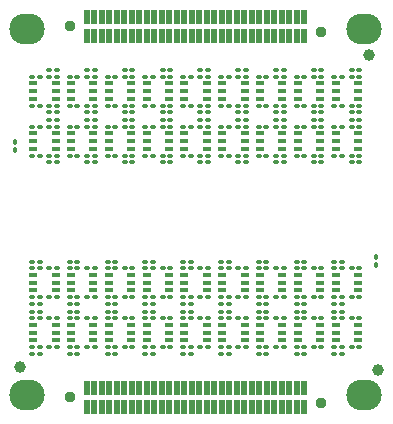
<source format=gbr>
%TF.GenerationSoftware,KiCad,Pcbnew,9.0.6*%
%TF.CreationDate,2025-11-12T11:45:24+01:00*%
%TF.ProjectId,S13552_64Ch_Adapter_BGA2803_V2,53313335-3532-45f3-9634-43685f416461,1*%
%TF.SameCoordinates,Original*%
%TF.FileFunction,Soldermask,Bot*%
%TF.FilePolarity,Negative*%
%FSLAX46Y46*%
G04 Gerber Fmt 4.6, Leading zero omitted, Abs format (unit mm)*
G04 Created by KiCad (PCBNEW 9.0.6) date 2025-11-12 11:45:24*
%MOMM*%
%LPD*%
G01*
G04 APERTURE LIST*
G04 Aperture macros list*
%AMRoundRect*
0 Rectangle with rounded corners*
0 $1 Rounding radius*
0 $2 $3 $4 $5 $6 $7 $8 $9 X,Y pos of 4 corners*
0 Add a 4 corners polygon primitive as box body*
4,1,4,$2,$3,$4,$5,$6,$7,$8,$9,$2,$3,0*
0 Add four circle primitives for the rounded corners*
1,1,$1+$1,$2,$3*
1,1,$1+$1,$4,$5*
1,1,$1+$1,$6,$7*
1,1,$1+$1,$8,$9*
0 Add four rect primitives between the rounded corners*
20,1,$1+$1,$2,$3,$4,$5,0*
20,1,$1+$1,$4,$5,$6,$7,0*
20,1,$1+$1,$6,$7,$8,$9,0*
20,1,$1+$1,$8,$9,$2,$3,0*%
G04 Aperture macros list end*
%ADD10O,3.000000X2.600000*%
%ADD11RoundRect,0.100000X0.130000X0.100000X-0.130000X0.100000X-0.130000X-0.100000X0.130000X-0.100000X0*%
%ADD12RoundRect,0.100000X-0.225000X-0.100000X0.225000X-0.100000X0.225000X0.100000X-0.225000X0.100000X0*%
%ADD13RoundRect,0.100000X-0.130000X-0.100000X0.130000X-0.100000X0.130000X0.100000X-0.130000X0.100000X0*%
%ADD14C,1.000000*%
%ADD15RoundRect,0.100000X0.225000X0.100000X-0.225000X0.100000X-0.225000X-0.100000X0.225000X-0.100000X0*%
%ADD16C,0.950000*%
%ADD17RoundRect,0.102000X-0.175000X-0.500000X0.175000X-0.500000X0.175000X0.500000X-0.175000X0.500000X0*%
%ADD18RoundRect,0.100000X0.100000X-0.130000X0.100000X0.130000X-0.100000X0.130000X-0.100000X-0.130000X0*%
%ADD19RoundRect,0.100000X-0.100000X0.130000X-0.100000X-0.130000X0.100000X-0.130000X0.100000X0.130000X0*%
G04 APERTURE END LIST*
D10*
%TO.C,H102*%
X86340000Y-45167114D03*
%TD*%
%TO.C,H104*%
X114879999Y-76167098D03*
%TD*%
%TO.C,H103*%
X86340000Y-76167098D03*
%TD*%
%TO.C,H101*%
X114880000Y-45167114D03*
%TD*%
D11*
%TO.C,C308*%
X113005000Y-69132107D03*
X112365000Y-69132107D03*
%TD*%
%TO.C,C258*%
X109805000Y-64902107D03*
X109165000Y-64902107D03*
%TD*%
D12*
%TO.C,U63*%
X109260000Y-51087107D03*
X109260000Y-50437107D03*
X109260000Y-49787107D03*
X111160000Y-49787107D03*
X111160000Y-50437107D03*
X111160000Y-51087107D03*
%TD*%
D11*
%TO.C,C171*%
X92055000Y-72122107D03*
X91415000Y-72122107D03*
%TD*%
%TO.C,C261*%
X111255000Y-67892107D03*
X110615000Y-67892107D03*
%TD*%
D13*
%TO.C,C240*%
X94615000Y-55892107D03*
X95255000Y-55892107D03*
%TD*%
D11*
%TO.C,C170*%
X90605000Y-69672107D03*
X89965000Y-69672107D03*
%TD*%
%TO.C,C314*%
X101655000Y-65442107D03*
X101015000Y-65442107D03*
%TD*%
D14*
%TO.C,FID6*%
X115300000Y-47380000D03*
%TD*%
D11*
%TO.C,C150*%
X87405000Y-65442107D03*
X86765000Y-65442107D03*
%TD*%
%TO.C,C167*%
X103405000Y-67892107D03*
X102765000Y-67892107D03*
%TD*%
%TO.C,R54*%
X97005000Y-72662107D03*
X96365000Y-72662107D03*
%TD*%
%TO.C,C316*%
X101655000Y-67892107D03*
X101015000Y-67892107D03*
%TD*%
%TO.C,C153*%
X103405000Y-69132107D03*
X102765000Y-69132107D03*
%TD*%
D13*
%TO.C,R52*%
X94615000Y-52902107D03*
X95255000Y-52902107D03*
%TD*%
D11*
%TO.C,C234*%
X95255000Y-69672107D03*
X94615000Y-69672107D03*
%TD*%
D13*
%TO.C,C215*%
X107415000Y-55892107D03*
X108055000Y-55892107D03*
%TD*%
%TO.C,C255*%
X94615000Y-51662107D03*
X95255000Y-51662107D03*
%TD*%
D12*
%TO.C,U59*%
X109260000Y-55317107D03*
X109260000Y-54667107D03*
X109260000Y-54017107D03*
X111160000Y-54017107D03*
X111160000Y-54667107D03*
X111160000Y-55317107D03*
%TD*%
D13*
%TO.C,C182*%
X104215000Y-49212107D03*
X104855000Y-49212107D03*
%TD*%
D11*
%TO.C,R38*%
X90605000Y-72662107D03*
X89965000Y-72662107D03*
%TD*%
%TO.C,C259*%
X111255000Y-65442107D03*
X110615000Y-65442107D03*
%TD*%
D13*
%TO.C,C212*%
X97815000Y-49212107D03*
X98455000Y-49212107D03*
%TD*%
%TO.C,C195*%
X101015000Y-55892107D03*
X101655000Y-55892107D03*
%TD*%
D11*
%TO.C,C166*%
X104855000Y-67892107D03*
X104215000Y-67892107D03*
%TD*%
%TO.C,C312*%
X113005000Y-72122107D03*
X112365000Y-72122107D03*
%TD*%
D13*
%TO.C,C214*%
X105965000Y-55892107D03*
X106605000Y-55892107D03*
%TD*%
%TO.C,C225*%
X113815000Y-51662107D03*
X114455000Y-51662107D03*
%TD*%
%TO.C,C181*%
X102765000Y-49212107D03*
X103405000Y-49212107D03*
%TD*%
%TO.C,C187*%
X88215000Y-49212107D03*
X88855000Y-49212107D03*
%TD*%
D11*
%TO.C,C309*%
X114455000Y-69672107D03*
X113815000Y-69672107D03*
%TD*%
D15*
%TO.C,U31*%
X101560000Y-70247107D03*
X101560000Y-70897107D03*
X101560000Y-71547107D03*
X99660000Y-71547107D03*
X99660000Y-70897107D03*
X99660000Y-70247107D03*
%TD*%
%TO.C,U49*%
X95160000Y-70247107D03*
X95160000Y-70897107D03*
X95160000Y-71547107D03*
X93260000Y-71547107D03*
X93260000Y-70897107D03*
X93260000Y-70247107D03*
%TD*%
%TO.C,U54*%
X111160000Y-66017107D03*
X111160000Y-66667107D03*
X111160000Y-67317107D03*
X109260000Y-67317107D03*
X109260000Y-66667107D03*
X109260000Y-66017107D03*
%TD*%
D11*
%TO.C,C311*%
X114455000Y-72122107D03*
X113815000Y-72122107D03*
%TD*%
%TO.C,C269*%
X92055000Y-65442107D03*
X91415000Y-65442107D03*
%TD*%
D13*
%TO.C,C162*%
X104215000Y-53442107D03*
X104855000Y-53442107D03*
%TD*%
%TO.C,C218*%
X97815000Y-56432107D03*
X98455000Y-56432107D03*
%TD*%
D15*
%TO.C,U36*%
X91960000Y-70247107D03*
X91960000Y-70897107D03*
X91960000Y-71547107D03*
X90060000Y-71547107D03*
X90060000Y-70897107D03*
X90060000Y-70247107D03*
%TD*%
D13*
%TO.C,C257*%
X94615000Y-49212107D03*
X95255000Y-49212107D03*
%TD*%
%TO.C,C273*%
X107415000Y-52202107D03*
X108055000Y-52202107D03*
%TD*%
D11*
%TO.C,C236*%
X95255000Y-72122107D03*
X94615000Y-72122107D03*
%TD*%
D13*
%TO.C,C295*%
X91415000Y-51662107D03*
X92055000Y-51662107D03*
%TD*%
D11*
%TO.C,R56*%
X109805000Y-68432107D03*
X109165000Y-68432107D03*
%TD*%
D13*
%TO.C,C280*%
X101015000Y-51662107D03*
X101655000Y-51662107D03*
%TD*%
D12*
%TO.C,U61*%
X90060000Y-51087107D03*
X90060000Y-50437107D03*
X90060000Y-49787107D03*
X91960000Y-49787107D03*
X91960000Y-50437107D03*
X91960000Y-51087107D03*
%TD*%
D11*
%TO.C,C164*%
X104855000Y-65442107D03*
X104215000Y-65442107D03*
%TD*%
%TO.C,C248*%
X97005000Y-69132107D03*
X96365000Y-69132107D03*
%TD*%
%TO.C,C151*%
X88855000Y-67892107D03*
X88215000Y-67892107D03*
%TD*%
%TO.C,R67*%
X100205000Y-68432107D03*
X99565000Y-68432107D03*
%TD*%
D13*
%TO.C,C180*%
X104215000Y-51662107D03*
X104855000Y-51662107D03*
%TD*%
D11*
%TO.C,C310*%
X113005000Y-69672107D03*
X112365000Y-69672107D03*
%TD*%
D13*
%TO.C,C211*%
X96365000Y-49212107D03*
X97005000Y-49212107D03*
%TD*%
%TO.C,C222*%
X97815000Y-53442107D03*
X98455000Y-53442107D03*
%TD*%
D11*
%TO.C,C300*%
X87405000Y-69672107D03*
X86765000Y-69672107D03*
%TD*%
D13*
%TO.C,R61*%
X110615000Y-52902107D03*
X111255000Y-52902107D03*
%TD*%
D11*
%TO.C,R39*%
X97005000Y-68432107D03*
X96365000Y-68432107D03*
%TD*%
D13*
%TO.C,C253*%
X94615000Y-52202107D03*
X95255000Y-52202107D03*
%TD*%
D11*
%TO.C,C321*%
X108055000Y-72122107D03*
X107415000Y-72122107D03*
%TD*%
D15*
%TO.C,U56*%
X91960000Y-66017107D03*
X91960000Y-66667107D03*
X91960000Y-67317107D03*
X90060000Y-67317107D03*
X90060000Y-66667107D03*
X90060000Y-66017107D03*
%TD*%
D11*
%TO.C,C301*%
X88855000Y-72122107D03*
X88215000Y-72122107D03*
%TD*%
D13*
%TO.C,C208*%
X97815000Y-52202107D03*
X98455000Y-52202107D03*
%TD*%
%TO.C,C198*%
X113815000Y-56432107D03*
X114455000Y-56432107D03*
%TD*%
%TO.C,C161*%
X102765000Y-53442107D03*
X103405000Y-53442107D03*
%TD*%
%TO.C,C209*%
X96365000Y-51662107D03*
X97005000Y-51662107D03*
%TD*%
%TO.C,C229*%
X86765000Y-55892107D03*
X87405000Y-55892107D03*
%TD*%
D15*
%TO.C,U60*%
X111160000Y-70247107D03*
X111160000Y-70897107D03*
X111160000Y-71547107D03*
X109260000Y-71547107D03*
X109260000Y-70897107D03*
X109260000Y-70247107D03*
%TD*%
D12*
%TO.C,U48*%
X86860000Y-55317107D03*
X86860000Y-54667107D03*
X86860000Y-54017107D03*
X88760000Y-54017107D03*
X88760000Y-54667107D03*
X88760000Y-55317107D03*
%TD*%
D11*
%TO.C,C157*%
X103405000Y-72122107D03*
X102765000Y-72122107D03*
%TD*%
D12*
%TO.C,U38*%
X102860000Y-51087107D03*
X102860000Y-50437107D03*
X102860000Y-49787107D03*
X104760000Y-49787107D03*
X104760000Y-50437107D03*
X104760000Y-51087107D03*
%TD*%
D11*
%TO.C,C251*%
X98455000Y-72122107D03*
X97815000Y-72122107D03*
%TD*%
%TO.C,C235*%
X93805000Y-69672107D03*
X93165000Y-69672107D03*
%TD*%
D12*
%TO.C,U46*%
X96460000Y-55317107D03*
X96460000Y-54667107D03*
X96460000Y-54017107D03*
X98360000Y-54017107D03*
X98360000Y-54667107D03*
X98360000Y-55317107D03*
%TD*%
D11*
%TO.C,C189*%
X108055000Y-65442107D03*
X107415000Y-65442107D03*
%TD*%
D13*
%TO.C,R55*%
X94615000Y-48672107D03*
X95255000Y-48672107D03*
%TD*%
%TO.C,C231*%
X86765000Y-53442107D03*
X87405000Y-53442107D03*
%TD*%
D15*
%TO.C,U66*%
X107960000Y-70247107D03*
X107960000Y-70897107D03*
X107960000Y-71547107D03*
X106060000Y-71547107D03*
X106060000Y-70897107D03*
X106060000Y-70247107D03*
%TD*%
D13*
%TO.C,C306*%
X109165000Y-49212107D03*
X109805000Y-49212107D03*
%TD*%
%TO.C,C285*%
X110615000Y-55892107D03*
X111255000Y-55892107D03*
%TD*%
D11*
%TO.C,C267*%
X113005000Y-67892107D03*
X112365000Y-67892107D03*
%TD*%
D13*
%TO.C,C201*%
X112365000Y-53442107D03*
X113005000Y-53442107D03*
%TD*%
D11*
%TO.C,C263*%
X113005000Y-64902107D03*
X112365000Y-64902107D03*
%TD*%
%TO.C,C163*%
X103405000Y-64902107D03*
X102765000Y-64902107D03*
%TD*%
D12*
%TO.C,U47*%
X112460000Y-51087107D03*
X112460000Y-50437107D03*
X112460000Y-49787107D03*
X114360000Y-49787107D03*
X114360000Y-50437107D03*
X114360000Y-51087107D03*
%TD*%
D13*
%TO.C,C185*%
X88215000Y-51662107D03*
X88855000Y-51662107D03*
%TD*%
D11*
%TO.C,C206*%
X95255000Y-67892107D03*
X94615000Y-67892107D03*
%TD*%
D13*
%TO.C,C178*%
X104215000Y-52202107D03*
X104855000Y-52202107D03*
%TD*%
D11*
%TO.C,C252*%
X97005000Y-72122107D03*
X96365000Y-72122107D03*
%TD*%
%TO.C,C143*%
X100205000Y-69132107D03*
X99565000Y-69132107D03*
%TD*%
D13*
%TO.C,C277*%
X107415000Y-49212107D03*
X108055000Y-49212107D03*
%TD*%
%TO.C,C184*%
X86765000Y-51662107D03*
X87405000Y-51662107D03*
%TD*%
%TO.C,C196*%
X99565000Y-53442107D03*
X100205000Y-53442107D03*
%TD*%
D11*
%TO.C,C205*%
X93805000Y-65442107D03*
X93165000Y-65442107D03*
%TD*%
%TO.C,C260*%
X109805000Y-65442107D03*
X109165000Y-65442107D03*
%TD*%
D12*
%TO.C,U41*%
X99660000Y-55317107D03*
X99660000Y-54667107D03*
X99660000Y-54017107D03*
X101560000Y-54017107D03*
X101560000Y-54667107D03*
X101560000Y-55317107D03*
%TD*%
D13*
%TO.C,R47*%
X107415000Y-52902107D03*
X108055000Y-52902107D03*
%TD*%
D15*
%TO.C,U55*%
X114360000Y-66017107D03*
X114360000Y-66667107D03*
X114360000Y-67317107D03*
X112460000Y-67317107D03*
X112460000Y-66667107D03*
X112460000Y-66017107D03*
%TD*%
D13*
%TO.C,C239*%
X93165000Y-55892107D03*
X93805000Y-55892107D03*
%TD*%
%TO.C,C217*%
X107415000Y-53442107D03*
X108055000Y-53442107D03*
%TD*%
D12*
%TO.C,U51*%
X90060000Y-55317107D03*
X90060000Y-54667107D03*
X90060000Y-54017107D03*
X91960000Y-54017107D03*
X91960000Y-54667107D03*
X91960000Y-55317107D03*
%TD*%
D11*
%TO.C,C152*%
X87405000Y-67892107D03*
X86765000Y-67892107D03*
%TD*%
%TO.C,C265*%
X113005000Y-65442107D03*
X112365000Y-65442107D03*
%TD*%
%TO.C,C268*%
X90605000Y-64902107D03*
X89965000Y-64902107D03*
%TD*%
%TO.C,C174*%
X98455000Y-65442107D03*
X97815000Y-65442107D03*
%TD*%
%TO.C,C318*%
X106605000Y-69132107D03*
X105965000Y-69132107D03*
%TD*%
D13*
%TO.C,R50*%
X88215000Y-52902107D03*
X88855000Y-52902107D03*
%TD*%
%TO.C,C297*%
X91415000Y-49212107D03*
X92055000Y-49212107D03*
%TD*%
%TO.C,C307*%
X110615000Y-49212107D03*
X111255000Y-49212107D03*
%TD*%
%TO.C,R40*%
X104215000Y-48672107D03*
X104855000Y-48672107D03*
%TD*%
D11*
%TO.C,C175*%
X97005000Y-65442107D03*
X96365000Y-65442107D03*
%TD*%
%TO.C,R66*%
X113005000Y-72662107D03*
X112365000Y-72662107D03*
%TD*%
D13*
%TO.C,C216*%
X105965000Y-53442107D03*
X106605000Y-53442107D03*
%TD*%
D11*
%TO.C,C271*%
X92055000Y-67892107D03*
X91415000Y-67892107D03*
%TD*%
%TO.C,R68*%
X106605000Y-72662107D03*
X105965000Y-72662107D03*
%TD*%
%TO.C,C270*%
X90605000Y-65442107D03*
X89965000Y-65442107D03*
%TD*%
D12*
%TO.C,U57*%
X106060000Y-51087107D03*
X106060000Y-50437107D03*
X106060000Y-49787107D03*
X107960000Y-49787107D03*
X107960000Y-50437107D03*
X107960000Y-51087107D03*
%TD*%
D11*
%TO.C,C148*%
X87405000Y-64902107D03*
X86765000Y-64902107D03*
%TD*%
D13*
%TO.C,R46*%
X97815000Y-48672107D03*
X98455000Y-48672107D03*
%TD*%
%TO.C,C228*%
X88215000Y-56432107D03*
X88855000Y-56432107D03*
%TD*%
D11*
%TO.C,C156*%
X104855000Y-72122107D03*
X104215000Y-72122107D03*
%TD*%
D13*
%TO.C,R53*%
X91415000Y-52902107D03*
X92055000Y-52902107D03*
%TD*%
D11*
%TO.C,C313*%
X100205000Y-64902107D03*
X99565000Y-64902107D03*
%TD*%
%TO.C,C237*%
X93805000Y-72122107D03*
X93165000Y-72122107D03*
%TD*%
D12*
%TO.C,U34*%
X102860000Y-55317107D03*
X102860000Y-54667107D03*
X102860000Y-54017107D03*
X104760000Y-54017107D03*
X104760000Y-54667107D03*
X104760000Y-55317107D03*
%TD*%
D11*
%TO.C,C168*%
X90605000Y-69132107D03*
X89965000Y-69132107D03*
%TD*%
%TO.C,C292*%
X109805000Y-72122107D03*
X109165000Y-72122107D03*
%TD*%
D13*
%TO.C,C186*%
X86765000Y-49212107D03*
X87405000Y-49212107D03*
%TD*%
D11*
%TO.C,C190*%
X106605000Y-65442107D03*
X105965000Y-65442107D03*
%TD*%
%TO.C,C207*%
X93805000Y-67892107D03*
X93165000Y-67892107D03*
%TD*%
%TO.C,C203*%
X93805000Y-64902107D03*
X93165000Y-64902107D03*
%TD*%
%TO.C,R64*%
X87405000Y-72662107D03*
X86765000Y-72662107D03*
%TD*%
%TO.C,C144*%
X101655000Y-69672107D03*
X101015000Y-69672107D03*
%TD*%
D12*
%TO.C,U39*%
X86860000Y-51087107D03*
X86860000Y-50437107D03*
X86860000Y-49787107D03*
X88760000Y-49787107D03*
X88760000Y-50437107D03*
X88760000Y-51087107D03*
%TD*%
D16*
%TO.C,J2*%
X90000000Y-76367098D03*
X111220000Y-76837098D03*
D17*
X91402500Y-75567098D03*
X91402500Y-77167098D03*
X92037500Y-75567098D03*
X92037500Y-77167098D03*
X92672500Y-75567098D03*
X92672500Y-77167098D03*
X93307500Y-75567098D03*
X93307500Y-77167098D03*
X93942500Y-75567098D03*
X93942500Y-77167098D03*
X94577500Y-75567098D03*
X94577500Y-77167098D03*
X95212500Y-75567098D03*
X95212500Y-77167098D03*
X95847500Y-75567098D03*
X95847500Y-77167098D03*
X96482500Y-75567098D03*
X96482500Y-77167098D03*
X97117500Y-75567098D03*
X97117500Y-77167098D03*
X97752500Y-75567098D03*
X97752500Y-77167098D03*
X98387500Y-75567098D03*
X98387500Y-77167098D03*
X99022500Y-75567098D03*
X99022500Y-77167098D03*
X99657500Y-75567098D03*
X99657500Y-77167098D03*
X100292500Y-75567098D03*
X100292500Y-77167098D03*
X100927500Y-75567098D03*
X100927500Y-77167098D03*
X101562500Y-75567098D03*
X101562500Y-77167098D03*
X102197500Y-75567098D03*
X102197500Y-77167098D03*
X102832500Y-75567098D03*
X102832500Y-77167098D03*
X103467500Y-75567098D03*
X103467500Y-77167098D03*
X104102500Y-75567098D03*
X104102500Y-77167098D03*
X104737500Y-75567098D03*
X104737500Y-77167098D03*
X105372500Y-75567098D03*
X105372500Y-77167098D03*
X106007500Y-75567098D03*
X106007500Y-77167098D03*
X106642500Y-75567098D03*
X106642500Y-77167098D03*
X107277500Y-75567098D03*
X107277500Y-77167098D03*
X107912500Y-75567098D03*
X107912500Y-77167098D03*
X108547500Y-75567098D03*
X108547500Y-77167098D03*
X109182500Y-75567098D03*
X109182500Y-77167098D03*
X109817500Y-75567098D03*
X109817500Y-77167098D03*
%TD*%
D11*
%TO.C,R58*%
X90605000Y-68432107D03*
X89965000Y-68432107D03*
%TD*%
D13*
%TO.C,C226*%
X112365000Y-49212107D03*
X113005000Y-49212107D03*
%TD*%
%TO.C,C246*%
X89965000Y-53442107D03*
X90605000Y-53442107D03*
%TD*%
%TO.C,C294*%
X89965000Y-51662107D03*
X90605000Y-51662107D03*
%TD*%
D11*
%TO.C,R45*%
X93805000Y-68432107D03*
X93165000Y-68432107D03*
%TD*%
D13*
%TO.C,C200*%
X113815000Y-55892107D03*
X114455000Y-55892107D03*
%TD*%
D11*
%TO.C,C262*%
X109805000Y-67892107D03*
X109165000Y-67892107D03*
%TD*%
%TO.C,C155*%
X103405000Y-69672107D03*
X102765000Y-69672107D03*
%TD*%
%TO.C,C290*%
X109805000Y-69672107D03*
X109165000Y-69672107D03*
%TD*%
D13*
%TO.C,C274*%
X105965000Y-51662107D03*
X106605000Y-51662107D03*
%TD*%
%TO.C,C202*%
X113815000Y-53442107D03*
X114455000Y-53442107D03*
%TD*%
D11*
%TO.C,C146*%
X101655000Y-72122107D03*
X101015000Y-72122107D03*
%TD*%
D13*
%TO.C,C159*%
X102765000Y-55892107D03*
X103405000Y-55892107D03*
%TD*%
D11*
%TO.C,C169*%
X92055000Y-69672107D03*
X91415000Y-69672107D03*
%TD*%
%TO.C,C250*%
X97005000Y-69672107D03*
X96365000Y-69672107D03*
%TD*%
D13*
%TO.C,C287*%
X110615000Y-53442107D03*
X111255000Y-53442107D03*
%TD*%
%TO.C,C283*%
X110615000Y-56432107D03*
X111255000Y-56432107D03*
%TD*%
D15*
%TO.C,U33*%
X104760000Y-70247107D03*
X104760000Y-70897107D03*
X104760000Y-71547107D03*
X102860000Y-71547107D03*
X102860000Y-70897107D03*
X102860000Y-70247107D03*
%TD*%
D13*
%TO.C,C221*%
X96365000Y-53442107D03*
X97005000Y-53442107D03*
%TD*%
%TO.C,R65*%
X110615000Y-48672107D03*
X111255000Y-48672107D03*
%TD*%
D11*
%TO.C,C322*%
X106605000Y-72122107D03*
X105965000Y-72122107D03*
%TD*%
%TO.C,C165*%
X103405000Y-65442107D03*
X102765000Y-65442107D03*
%TD*%
%TO.C,C191*%
X108055000Y-67892107D03*
X107415000Y-67892107D03*
%TD*%
D13*
%TO.C,C230*%
X88215000Y-55892107D03*
X88855000Y-55892107D03*
%TD*%
%TO.C,C254*%
X93165000Y-51662107D03*
X93805000Y-51662107D03*
%TD*%
D11*
%TO.C,C288*%
X109805000Y-69132107D03*
X109165000Y-69132107D03*
%TD*%
D15*
%TO.C,U52*%
X98360000Y-70247107D03*
X98360000Y-70897107D03*
X98360000Y-71547107D03*
X96460000Y-71547107D03*
X96460000Y-70897107D03*
X96460000Y-70247107D03*
%TD*%
D11*
%TO.C,C204*%
X95255000Y-65442107D03*
X94615000Y-65442107D03*
%TD*%
D13*
%TO.C,C282*%
X101015000Y-49212107D03*
X101655000Y-49212107D03*
%TD*%
%TO.C,C303*%
X110615000Y-52202107D03*
X111255000Y-52202107D03*
%TD*%
%TO.C,C199*%
X112365000Y-55892107D03*
X113005000Y-55892107D03*
%TD*%
D11*
%TO.C,C173*%
X97005000Y-64902107D03*
X96365000Y-64902107D03*
%TD*%
%TO.C,C289*%
X111255000Y-69672107D03*
X110615000Y-69672107D03*
%TD*%
D14*
%TO.C,FID5*%
X116040000Y-74040000D03*
%TD*%
D12*
%TO.C,U50*%
X93260000Y-55317107D03*
X93260000Y-54667107D03*
X93260000Y-54017107D03*
X95160000Y-54017107D03*
X95160000Y-54667107D03*
X95160000Y-55317107D03*
%TD*%
D11*
%TO.C,C302*%
X87405000Y-72122107D03*
X86765000Y-72122107D03*
%TD*%
D13*
%TO.C,R43*%
X101015000Y-52902107D03*
X101655000Y-52902107D03*
%TD*%
D12*
%TO.C,U45*%
X106060000Y-55317107D03*
X106060000Y-54667107D03*
X106060000Y-54017107D03*
X107960000Y-54017107D03*
X107960000Y-54667107D03*
X107960000Y-55317107D03*
%TD*%
D13*
%TO.C,C179*%
X102765000Y-51662107D03*
X103405000Y-51662107D03*
%TD*%
D11*
%TO.C,C299*%
X88855000Y-69672107D03*
X88215000Y-69672107D03*
%TD*%
D13*
%TO.C,C224*%
X112365000Y-51662107D03*
X113005000Y-51662107D03*
%TD*%
%TO.C,C281*%
X99565000Y-49212107D03*
X100205000Y-49212107D03*
%TD*%
%TO.C,R41*%
X88215000Y-48672107D03*
X88855000Y-48672107D03*
%TD*%
%TO.C,C305*%
X110615000Y-51662107D03*
X111255000Y-51662107D03*
%TD*%
D11*
%TO.C,C145*%
X100205000Y-69672107D03*
X99565000Y-69672107D03*
%TD*%
D13*
%TO.C,R36*%
X104215000Y-52902107D03*
X104855000Y-52902107D03*
%TD*%
%TO.C,C160*%
X104215000Y-55892107D03*
X104855000Y-55892107D03*
%TD*%
D18*
%TO.C,R2*%
X85327107Y-55417114D03*
X85327107Y-54777114D03*
%TD*%
D11*
%TO.C,R57*%
X113005000Y-68432107D03*
X112365000Y-68432107D03*
%TD*%
%TO.C,C177*%
X97005000Y-67892107D03*
X96365000Y-67892107D03*
%TD*%
D13*
%TO.C,R60*%
X101015000Y-48672107D03*
X101655000Y-48672107D03*
%TD*%
%TO.C,C293*%
X91415000Y-52202107D03*
X92055000Y-52202107D03*
%TD*%
%TO.C,C213*%
X107415000Y-56432107D03*
X108055000Y-56432107D03*
%TD*%
%TO.C,C286*%
X109165000Y-53442107D03*
X109805000Y-53442107D03*
%TD*%
D11*
%TO.C,C154*%
X104855000Y-69672107D03*
X104215000Y-69672107D03*
%TD*%
%TO.C,C188*%
X106605000Y-64902107D03*
X105965000Y-64902107D03*
%TD*%
D13*
%TO.C,C220*%
X97815000Y-55892107D03*
X98455000Y-55892107D03*
%TD*%
D11*
%TO.C,C233*%
X93805000Y-69132107D03*
X93165000Y-69132107D03*
%TD*%
%TO.C,R37*%
X103405000Y-68432107D03*
X102765000Y-68432107D03*
%TD*%
D13*
%TO.C,R59*%
X107415000Y-48672107D03*
X108055000Y-48672107D03*
%TD*%
%TO.C,C223*%
X113815000Y-52202107D03*
X114455000Y-52202107D03*
%TD*%
%TO.C,C227*%
X113815000Y-49212107D03*
X114455000Y-49212107D03*
%TD*%
%TO.C,R63*%
X91415000Y-48672107D03*
X92055000Y-48672107D03*
%TD*%
D11*
%TO.C,R51*%
X93805000Y-72662107D03*
X93165000Y-72662107D03*
%TD*%
D15*
%TO.C,U65*%
X101560000Y-66017107D03*
X101560000Y-66667107D03*
X101560000Y-67317107D03*
X99660000Y-67317107D03*
X99660000Y-66667107D03*
X99660000Y-66017107D03*
%TD*%
D13*
%TO.C,C278*%
X101015000Y-52202107D03*
X101655000Y-52202107D03*
%TD*%
D11*
%TO.C,C264*%
X114455000Y-65442107D03*
X113815000Y-65442107D03*
%TD*%
D13*
%TO.C,C242*%
X94615000Y-53442107D03*
X95255000Y-53442107D03*
%TD*%
%TO.C,C241*%
X93165000Y-53442107D03*
X93805000Y-53442107D03*
%TD*%
%TO.C,C219*%
X96365000Y-55892107D03*
X97005000Y-55892107D03*
%TD*%
D11*
%TO.C,R34*%
X87405000Y-68432107D03*
X86765000Y-68432107D03*
%TD*%
%TO.C,C317*%
X100205000Y-67892107D03*
X99565000Y-67892107D03*
%TD*%
D13*
%TO.C,C194*%
X99565000Y-55892107D03*
X100205000Y-55892107D03*
%TD*%
D15*
%TO.C,U40*%
X107960000Y-66017107D03*
X107960000Y-66667107D03*
X107960000Y-67317107D03*
X106060000Y-67317107D03*
X106060000Y-66667107D03*
X106060000Y-66017107D03*
%TD*%
D11*
%TO.C,C147*%
X100205000Y-72122107D03*
X99565000Y-72122107D03*
%TD*%
D13*
%TO.C,C276*%
X105965000Y-49212107D03*
X106605000Y-49212107D03*
%TD*%
D15*
%TO.C,U62*%
X88760000Y-70247107D03*
X88760000Y-70897107D03*
X88760000Y-71547107D03*
X86860000Y-71547107D03*
X86860000Y-70897107D03*
X86860000Y-70247107D03*
%TD*%
D11*
%TO.C,C172*%
X90605000Y-72122107D03*
X89965000Y-72122107D03*
%TD*%
D14*
%TO.C,FID4*%
X85780000Y-73830000D03*
%TD*%
D12*
%TO.C,U53*%
X93260000Y-51087107D03*
X93260000Y-50437107D03*
X93260000Y-49787107D03*
X95160000Y-49787107D03*
X95160000Y-50437107D03*
X95160000Y-51087107D03*
%TD*%
D16*
%TO.C,J1*%
X90000000Y-44967114D03*
X111220000Y-45437114D03*
D17*
X91402500Y-44167114D03*
X91402500Y-45767114D03*
X92037500Y-44167114D03*
X92037500Y-45767114D03*
X92672500Y-44167114D03*
X92672500Y-45767114D03*
X93307500Y-44167114D03*
X93307500Y-45767114D03*
X93942500Y-44167114D03*
X93942500Y-45767114D03*
X94577500Y-44167114D03*
X94577500Y-45767114D03*
X95212500Y-44167114D03*
X95212500Y-45767114D03*
X95847500Y-44167114D03*
X95847500Y-45767114D03*
X96482500Y-44167114D03*
X96482500Y-45767114D03*
X97117500Y-44167114D03*
X97117500Y-45767114D03*
X97752500Y-44167114D03*
X97752500Y-45767114D03*
X98387500Y-44167114D03*
X98387500Y-45767114D03*
X99022500Y-44167114D03*
X99022500Y-45767114D03*
X99657500Y-44167114D03*
X99657500Y-45767114D03*
X100292500Y-44167114D03*
X100292500Y-45767114D03*
X100927500Y-44167114D03*
X100927500Y-45767114D03*
X101562500Y-44167114D03*
X101562500Y-45767114D03*
X102197500Y-44167114D03*
X102197500Y-45767114D03*
X102832500Y-44167114D03*
X102832500Y-45767114D03*
X103467500Y-44167114D03*
X103467500Y-45767114D03*
X104102500Y-44167114D03*
X104102500Y-45767114D03*
X104737500Y-44167114D03*
X104737500Y-45767114D03*
X105372500Y-44167114D03*
X105372500Y-45767114D03*
X106007500Y-44167114D03*
X106007500Y-45767114D03*
X106642500Y-44167114D03*
X106642500Y-45767114D03*
X107277500Y-44167114D03*
X107277500Y-45767114D03*
X107912500Y-44167114D03*
X107912500Y-45767114D03*
X108547500Y-44167114D03*
X108547500Y-45767114D03*
X109182500Y-44167114D03*
X109182500Y-45767114D03*
X109817500Y-44167114D03*
X109817500Y-45767114D03*
%TD*%
D11*
%TO.C,C249*%
X98455000Y-69672107D03*
X97815000Y-69672107D03*
%TD*%
%TO.C,R62*%
X109805000Y-72662107D03*
X109165000Y-72662107D03*
%TD*%
%TO.C,C192*%
X106605000Y-67892107D03*
X105965000Y-67892107D03*
%TD*%
D13*
%TO.C,C279*%
X99565000Y-51662107D03*
X100205000Y-51662107D03*
%TD*%
D11*
%TO.C,C149*%
X88855000Y-65442107D03*
X88215000Y-65442107D03*
%TD*%
D13*
%TO.C,R44*%
X113815000Y-52902107D03*
X114455000Y-52902107D03*
%TD*%
%TO.C,C275*%
X107415000Y-51662107D03*
X108055000Y-51662107D03*
%TD*%
D15*
%TO.C,U64*%
X114360000Y-70247107D03*
X114360000Y-70897107D03*
X114360000Y-71547107D03*
X112460000Y-71547107D03*
X112460000Y-70897107D03*
X112460000Y-70247107D03*
%TD*%
D13*
%TO.C,C247*%
X91415000Y-53442107D03*
X92055000Y-53442107D03*
%TD*%
%TO.C,C245*%
X91415000Y-55892107D03*
X92055000Y-55892107D03*
%TD*%
%TO.C,C197*%
X101015000Y-53442107D03*
X101655000Y-53442107D03*
%TD*%
D11*
%TO.C,R33*%
X100205000Y-72662107D03*
X99565000Y-72662107D03*
%TD*%
D13*
%TO.C,R48*%
X97815000Y-52902107D03*
X98455000Y-52902107D03*
%TD*%
%TO.C,C238*%
X94615000Y-56432107D03*
X95255000Y-56432107D03*
%TD*%
D19*
%TO.C,R1*%
X115897107Y-64509214D03*
X115897107Y-65149214D03*
%TD*%
D11*
%TO.C,C266*%
X114455000Y-67892107D03*
X113815000Y-67892107D03*
%TD*%
%TO.C,C291*%
X111255000Y-72122107D03*
X110615000Y-72122107D03*
%TD*%
%TO.C,C319*%
X108055000Y-69672107D03*
X107415000Y-69672107D03*
%TD*%
D13*
%TO.C,C256*%
X93165000Y-49212107D03*
X93805000Y-49212107D03*
%TD*%
%TO.C,C232*%
X88215000Y-53442107D03*
X88855000Y-53442107D03*
%TD*%
D11*
%TO.C,C272*%
X90605000Y-67892107D03*
X89965000Y-67892107D03*
%TD*%
D12*
%TO.C,U58*%
X99660000Y-51087107D03*
X99660000Y-50437107D03*
X99660000Y-49787107D03*
X101560000Y-49787107D03*
X101560000Y-50437107D03*
X101560000Y-51087107D03*
%TD*%
D13*
%TO.C,C304*%
X109165000Y-51662107D03*
X109805000Y-51662107D03*
%TD*%
D11*
%TO.C,R35*%
X103405000Y-72662107D03*
X102765000Y-72662107D03*
%TD*%
D13*
%TO.C,C193*%
X101015000Y-56432107D03*
X101655000Y-56432107D03*
%TD*%
D12*
%TO.C,U42*%
X112460000Y-55317107D03*
X112460000Y-54667107D03*
X112460000Y-54017107D03*
X114360000Y-54017107D03*
X114360000Y-54667107D03*
X114360000Y-55317107D03*
%TD*%
D11*
%TO.C,C176*%
X98455000Y-67892107D03*
X97815000Y-67892107D03*
%TD*%
D15*
%TO.C,U37*%
X98360000Y-66017107D03*
X98360000Y-66667107D03*
X98360000Y-67317107D03*
X96460000Y-67317107D03*
X96460000Y-66667107D03*
X96460000Y-66017107D03*
%TD*%
D13*
%TO.C,C284*%
X109165000Y-55892107D03*
X109805000Y-55892107D03*
%TD*%
D11*
%TO.C,R42*%
X106605000Y-68432107D03*
X105965000Y-68432107D03*
%TD*%
D13*
%TO.C,C158*%
X104215000Y-56432107D03*
X104855000Y-56432107D03*
%TD*%
D12*
%TO.C,U44*%
X96460000Y-51087107D03*
X96460000Y-50437107D03*
X96460000Y-49787107D03*
X98360000Y-49787107D03*
X98360000Y-50437107D03*
X98360000Y-51087107D03*
%TD*%
D13*
%TO.C,C243*%
X91415000Y-56432107D03*
X92055000Y-56432107D03*
%TD*%
D11*
%TO.C,C320*%
X106605000Y-69672107D03*
X105965000Y-69672107D03*
%TD*%
D13*
%TO.C,R49*%
X113815000Y-48672107D03*
X114455000Y-48672107D03*
%TD*%
D11*
%TO.C,C298*%
X87405000Y-69132107D03*
X86765000Y-69132107D03*
%TD*%
D13*
%TO.C,C244*%
X89965000Y-55892107D03*
X90605000Y-55892107D03*
%TD*%
%TO.C,C296*%
X89965000Y-49212107D03*
X90605000Y-49212107D03*
%TD*%
D11*
%TO.C,C315*%
X100205000Y-65442107D03*
X99565000Y-65442107D03*
%TD*%
D15*
%TO.C,U32*%
X88760000Y-66017107D03*
X88760000Y-66667107D03*
X88760000Y-67317107D03*
X86860000Y-67317107D03*
X86860000Y-66667107D03*
X86860000Y-66017107D03*
%TD*%
%TO.C,U43*%
X95160000Y-66017107D03*
X95160000Y-66667107D03*
X95160000Y-67317107D03*
X93260000Y-67317107D03*
X93260000Y-66667107D03*
X93260000Y-66017107D03*
%TD*%
D13*
%TO.C,C210*%
X97815000Y-51662107D03*
X98455000Y-51662107D03*
%TD*%
D15*
%TO.C,U35*%
X104760000Y-66017107D03*
X104760000Y-66667107D03*
X104760000Y-67317107D03*
X102860000Y-67317107D03*
X102860000Y-66667107D03*
X102860000Y-66017107D03*
%TD*%
D13*
%TO.C,C183*%
X88215000Y-52202107D03*
X88855000Y-52202107D03*
%TD*%
M02*

</source>
